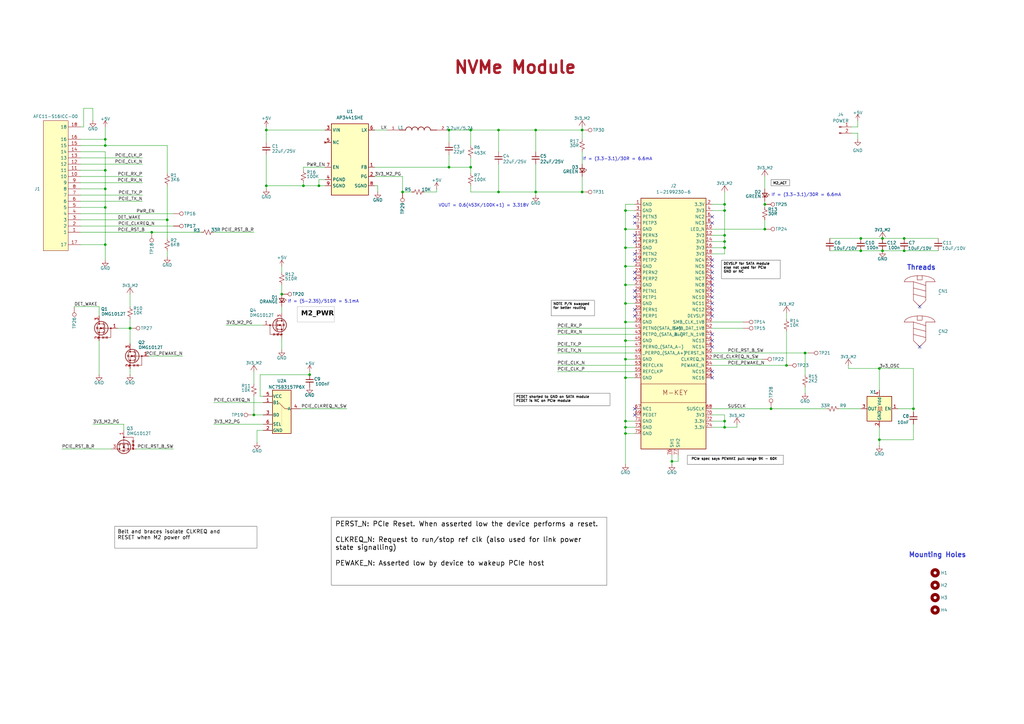
<source format=kicad_sch>
(kicad_sch (version 20250114) (generator "eeschema") (generator_version "9.0")
  (paper "A3")
  (title_block (title "Pilet's nvme module") (rev "0.1") (company "Soulscircuit"))
  (text "If = (3.3-3.1)/30R = 6.6mA" (at 330.708 80.01 0) (effects (font (size 1.27 1.27))))
  (text "If = (5-2.35)/510R = 5.1mA" (at 132.588 123.698 0) (effects (font (size 1.27 1.27))))
  (text "VOUT = 0.6(453K/100K+1) = 3.318V" (at 198.374 84.328 0) (effects (font (size 1.27 1.27))))
  (text "Threads" (at 371.856 110.998 0) (effects (font (size 2 2) (bold yes)) (justify left bottom)))
  (text "If = (3.3-3.1)/30R = 6.6mA" (at 253.238 65.278 0) (effects (font (size 1.27 1.27))))
  (text "NVMe Module " (at 185.928 30.734 0) (effects (font (size 5 5) (thickness 1) (bold yes)) (justify left bottom)))
  (text "Mounting Holes" (at 372.618 228.854 0) (effects (font (size 2 2) (bold yes)) (justify left bottom)))
  (text_box "M2_ACT" (at 316.23 73.66 0) (size 7.62 2.54) (margins 0.8 0.8 0.8 0.8) (stroke (width 0.1) (color 0 0 0 1)) (effects (font (size 1 1) (bold yes)) (justify left top)))
  (text_box " PCIe spec says PEWAKE pull range 9K - 60K" (at 281.94 186.69 0) (size 39.37 3.81) (margins 0.8 0.8 0.8 0.8) (stroke (width 0.1) (color 0 0 0 1)) (effects (font (size 1 1) (thickness 0.2) (bold yes)) (justify left top)))
  (text_box "M2_PWR" (at 121.92 125.73 0) (size 15.24 6.35) (margins 1.6 1.6 1.6 1.6) (stroke (width 0.2) (color 200 200 200 1)) (effects (font (size 2 2) (bold yes)) (justify left top)))
  (text_box "DEVSLP for SATA module\nelse not used for PCIe\nGND or NC" (at 295.91 106.68 0) (size 24.13 7.62) (margins 0.8 0.8 0.8 0.8) (stroke (width 0.1) (color 0 0 0 1)) (effects (font (size 1 1) (thickness 0.2) (bold yes)) (justify left top)))
  (text_box "PEDET shorted to GND on SATA module\nPEDET is NC on PCIe module" (at 210.82 161.29 0) (size 39.37 5.08) (margins 0.8 0.8 0.8 0.8) (stroke (width 0.1) (color 0 0 0 1)) (effects (font (size 1 1) (bold yes)) (justify left top)))
  (text_box "Belt and braces isolate CLKREQ and\nRESET when M2 power off" (at 46.99 215.9 0) (size 58.42 8.89) (margins 1.175 1.175 1.175 1.175) (stroke (width 0.1) (color 0 0 0 1)) (effects (font (size 1.5 1.5) (thickness 0.1875)) (justify left top)))
  (text_box "PERST_N: PCIe Reset. When asserted low the device performs a reset.\n\nCLKREQ_N: Request to run/stop ref clk (also used for link power state signalling)\n\nPEWAKE_N: Asserted low by device to wakeup PCIe host" (exclude_from_sim yes) (at 135.89 212.09 0) (size 113.03 27.94) (margins 1.55 1.55 1.55 1.55) (stroke (width 0.1) (color 0 0 0 1)) (effects (font (size 2 2) (thickness 0.25)) (justify left top)))
  (text_box "NOTE P/N swapped\nfor better routing" (at 226.06 123.19 0) (size 17.78 6.35) (margins 0.8 0.8 0.8 0.8) (stroke (width 0.1) (color 0 0 0 1)) (effects (font (size 1 1) (bold yes)) (justify left top)))
  (junction (at 43.18 69.85))
  (junction (at 127 153.67))
  (junction (at 62.23 95.25))
  (junction (at 322.58 149.86))
  (junction (at 256.54 154.94))
  (junction (at 275.59 189.23))
  (junction (at 193.04 53.34))
  (junction (at 297.18 96.52))
  (junction (at 297.18 101.6))
  (junction (at 43.18 57.15))
  (junction (at 238.76 78.74))
  (junction (at 256.54 124.46))
  (junction (at 297.18 86.36))
  (junction (at 256.54 116.84))
  (junction (at 313.69 93.98))
  (junction (at 370.84 97.79))
  (junction (at 256.54 177.8))
  (junction (at 165.1 78.74))
  (junction (at 256.54 93.98))
  (junction (at 353.06 102.87))
  (junction (at 219.71 53.34))
  (junction (at 297.18 99.06))
  (junction (at 204.47 53.34))
  (junction (at 130.81 76.2))
  (junction (at 53.34 134.62))
  (junction (at 256.54 172.72))
  (junction (at 316.23 167.64))
  (junction (at 104.14 170.18))
  (junction (at 374.65 167.64))
  (junction (at 256.54 109.22))
  (junction (at 109.22 53.34))
  (junction (at 204.47 78.74))
  (junction (at 297.18 83.82))
  (junction (at 297.18 175.26))
  (junction (at 219.71 78.74))
  (junction (at 256.54 132.08))
  (junction (at 238.76 53.34))
  (junction (at 313.69 83.82))
  (junction (at 115.57 120.65))
  (junction (at 193.04 68.58))
  (junction (at 330.2 144.78))
  (junction (at 360.68 151.13))
  (junction (at 297.18 172.72))
  (junction (at 353.06 97.79))
  (junction (at 43.18 59.69))
  (junction (at 124.46 76.2))
  (junction (at 370.84 102.87))
  (junction (at 360.68 180.34))
  (junction (at 256.54 139.7))
  (junction (at 256.54 147.32))
  (junction (at 68.58 90.17))
  (junction (at 184.15 53.34))
  (junction (at 43.18 100.33))
  (junction (at 109.22 76.2))
  (junction (at 256.54 175.26))
  (junction (at 256.54 101.6))
  (junction (at 184.15 68.58))
  (junction (at 361.95 102.87))
  (junction (at 43.18 77.47))
  (junction (at 256.54 86.36))
  (junction (at 43.18 85.09))
  (junction (at 361.95 97.79))
  (no_connect (at 260.35 111.76))
  (no_connect (at 292.1 116.84))
  (no_connect (at 292.1 137.16))
  (no_connect (at 292.1 109.22))
  (no_connect (at 292.1 111.76))
  (no_connect (at 260.35 88.9))
  (no_connect (at 292.1 106.68))
  (no_connect (at 292.1 154.94))
  (no_connect (at 377.19 142.24))
  (no_connect (at 260.35 129.54))
  (no_connect (at 260.35 104.14))
  (no_connect (at 292.1 91.44))
  (no_connect (at 260.35 170.18))
  (no_connect (at 292.1 121.92))
  (no_connect (at 260.35 99.06))
  (no_connect (at 260.35 96.52))
  (no_connect (at 260.35 121.92))
  (no_connect (at 377.19 125.73))
  (no_connect (at 292.1 152.4))
  (no_connect (at 292.1 114.3))
  (no_connect (at 292.1 119.38))
  (no_connect (at 260.35 91.44))
  (no_connect (at 292.1 139.7))
  (no_connect (at 292.1 129.54))
  (no_connect (at 292.1 124.46))
  (no_connect (at 292.1 142.24))
  (no_connect (at 292.1 127))
  (no_connect (at 260.35 167.64))
  (no_connect (at 260.35 119.38))
  (no_connect (at 292.1 88.9))
  (no_connect (at 260.35 127))
  (no_connect (at 260.35 114.3))
  (no_connect (at 260.35 106.68))
  (wire (pts (xy 109.22 53.34) (xy 109.22 58.42)))
  (wire (pts (xy 349.25 54.61) (xy 351.79 54.61)))
  (wire (pts (xy 107.95 170.18) (xy 104.14 170.18)))
  (wire (pts (xy 360.68 180.34) (xy 360.68 175.26)))
  (wire (pts (xy 292.1 172.72) (xy 297.18 172.72)))
  (wire (pts (xy 219.71 80.01) (xy 219.71 78.74)))
  (wire (pts (xy 43.18 77.47) (xy 43.18 85.09)))
  (wire (pts (xy 347.98 151.13) (xy 360.68 151.13)))
  (wire (pts (xy 184.15 53.34) (xy 193.04 53.34)))
  (wire (pts (xy 330.2 144.78) (xy 330.2 153.67)))
  (wire (pts (xy 292.1 170.18) (xy 297.18 170.18)))
  (wire (pts (xy 292.1 101.6) (xy 297.18 101.6)))
  (wire (pts (xy 374.65 151.13) (xy 360.68 151.13)))
  (wire (pts (xy 43.18 85.09) (xy 43.18 100.33)))
  (wire (pts (xy 256.54 172.72) (xy 260.35 172.72)))
  (wire (pts (xy 361.95 97.79) (xy 370.84 97.79)))
  (wire (pts (xy 115.57 116.84) (xy 115.57 120.65)))
  (wire (pts (xy 228.6 149.86) (xy 260.35 149.86)))
  (wire (pts (xy 193.04 78.74) (xy 204.47 78.74)))
  (wire (pts (xy 38.1 173.99) (xy 50.8 173.99)))
  (wire (pts (xy 292.1 149.86) (xy 322.58 149.86)))
  (wire (pts (xy 256.54 132.08) (xy 260.35 132.08)))
  (wire (pts (xy 33.02 52.07) (xy 34.29 52.07)))
  (wire (pts (xy 153.67 72.39) (xy 165.1 72.39)))
  (wire (pts (xy 173.99 78.74) (xy 179.07 78.74)))
  (wire (pts (xy 292.1 93.98) (xy 313.69 93.98)))
  (wire (pts (xy 219.71 67.31) (xy 219.71 78.74)))
  (wire (pts (xy 87.63 173.99) (xy 107.95 173.99)))
  (wire (pts (xy 53.34 130.81) (xy 53.34 134.62)))
  (wire (pts (xy 256.54 116.84) (xy 260.35 116.84)))
  (wire (pts (xy 292.1 167.64) (xy 316.23 167.64)))
  (wire (pts (xy 313.69 83.82) (xy 313.69 85.09)))
  (wire (pts (xy 153.67 68.58) (xy 184.15 68.58)))
  (wire (pts (xy 68.58 71.12) (xy 68.58 59.69)))
  (wire (pts (xy 124.46 68.58) (xy 124.46 69.85)))
  (wire (pts (xy 297.18 96.52) (xy 297.18 86.36)))
  (wire (pts (xy 33.02 92.71) (xy 71.12 92.71)))
  (wire (pts (xy 374.65 180.34) (xy 360.68 180.34)))
  (wire (pts (xy 133.35 73.66) (xy 130.81 73.66)))
  (wire (pts (xy 53.34 120.65) (xy 53.34 125.73)))
  (wire (pts (xy 92.71 133.35) (xy 107.95 133.35)))
  (wire (pts (xy 374.65 167.64) (xy 374.65 168.91)))
  (wire (pts (xy 351.79 49.53) (xy 351.79 52.07)))
  (wire (pts (xy 68.58 76.2) (xy 68.58 90.17)))
  (wire (pts (xy 322.58 128.27) (xy 322.58 130.81)))
  (wire (pts (xy 184.15 58.42) (xy 184.15 53.34)))
  (wire (pts (xy 275.59 186.69) (xy 275.59 189.23)))
  (wire (pts (xy 33.02 57.15) (xy 43.18 57.15)))
  (wire (pts (xy 347.98 149.86) (xy 347.98 151.13)))
  (wire (pts (xy 256.54 109.22) (xy 256.54 116.84)))
  (wire (pts (xy 297.18 78.74) (xy 297.18 83.82)))
  (wire (pts (xy 115.57 138.43) (xy 115.57 143.51)))
  (wire (pts (xy 340.36 102.87) (xy 353.06 102.87)))
  (wire (pts (xy 360.68 151.13) (xy 360.68 160.02)))
  (wire (pts (xy 33.02 77.47) (xy 43.18 77.47)))
  (wire (pts (xy 322.58 135.89) (xy 322.58 149.86)))
  (wire (pts (xy 275.59 189.23) (xy 278.13 189.23)))
  (wire (pts (xy 109.22 52.07) (xy 109.22 53.34)))
  (wire (pts (xy 351.79 54.61) (xy 351.79 57.15)))
  (wire (pts (xy 179.07 78.74) (xy 179.07 77.47)))
  (wire (pts (xy 33.02 74.93) (xy 58.42 74.93)))
  (wire (pts (xy 33.02 82.55) (xy 58.42 82.55)))
  (wire (pts (xy 374.65 173.99) (xy 374.65 180.34)))
  (wire (pts (xy 297.18 172.72) (xy 297.18 175.26)))
  (wire (pts (xy 370.84 97.79) (xy 384.81 97.79)))
  (wire (pts (xy 33.02 87.63) (xy 71.12 87.63)))
  (wire (pts (xy 256.54 109.22) (xy 260.35 109.22)))
  (wire (pts (xy 104.14 162.56) (xy 104.14 170.18)))
  (wire (pts (xy 256.54 83.82) (xy 256.54 86.36)))
  (wire (pts (xy 374.65 151.13) (xy 374.65 167.64)))
  (wire (pts (xy 115.57 125.73) (xy 115.57 128.27)))
  (wire (pts (xy 130.81 76.2) (xy 133.35 76.2)))
  (wire (pts (xy 124.46 74.93) (xy 124.46 76.2)))
  (wire (pts (xy 127 152.4) (xy 127 153.67)))
  (wire (pts (xy 292.1 147.32) (xy 312.42 147.32)))
  (wire (pts (xy 104.14 152.4) (xy 104.14 157.48)))
  (wire (pts (xy 33.02 80.01) (xy 58.42 80.01)))
  (wire (pts (xy 184.15 63.5) (xy 184.15 68.58)))
  (wire (pts (xy 302.26 173.99) (xy 302.26 175.26)))
  (wire (pts (xy 165.1 78.74) (xy 168.91 78.74)))
  (wire (pts (xy 256.54 101.6) (xy 260.35 101.6)))
  (wire (pts (xy 297.18 101.6) (xy 297.18 99.06)))
  (wire (pts (xy 53.34 134.62) (xy 53.34 140.97)))
  (wire (pts (xy 256.54 124.46) (xy 256.54 132.08)))
  (wire (pts (xy 43.18 57.15) (xy 43.18 59.69)))
  (wire (pts (xy 53.34 151.13) (xy 53.34 153.67)))
  (wire (pts (xy 238.76 72.39) (xy 238.76 78.74)))
  (wire (pts (xy 204.47 78.74) (xy 219.71 78.74)))
  (wire (pts (xy 297.18 170.18) (xy 297.18 172.72)))
  (wire (pts (xy 256.54 124.46) (xy 260.35 124.46)))
  (wire (pts (xy 313.69 72.39) (xy 313.69 77.47)))
  (wire (pts (xy 55.88 184.15) (xy 71.12 184.15)))
  (wire (pts (xy 292.1 99.06) (xy 297.18 99.06)))
  (wire (pts (xy 204.47 53.34) (xy 219.71 53.34)))
  (wire (pts (xy 256.54 86.36) (xy 256.54 93.98)))
  (wire (pts (xy 34.29 52.07) (xy 34.29 44.45)))
  (wire (pts (xy 30.48 125.73) (xy 40.64 125.73)))
  (wire (pts (xy 316.23 167.64) (xy 339.09 167.64)))
  (wire (pts (xy 33.02 62.23) (xy 43.18 62.23)))
  (wire (pts (xy 33.02 100.33) (xy 43.18 100.33)))
  (wire (pts (xy 374.65 167.64) (xy 368.3 167.64)))
  (wire (pts (xy 256.54 132.08) (xy 256.54 139.7)))
  (wire (pts (xy 238.76 52.07) (xy 238.76 53.34)))
  (wire (pts (xy 193.04 64.77) (xy 193.04 68.58)))
  (wire (pts (xy 109.22 53.34) (xy 133.35 53.34)))
  (wire (pts (xy 109.22 76.2) (xy 109.22 77.47)))
  (wire (pts (xy 33.02 67.31) (xy 58.42 67.31)))
  (wire (pts (xy 292.1 144.78) (xy 330.2 144.78)))
  (wire (pts (xy 43.18 85.09) (xy 33.02 85.09)))
  (wire (pts (xy 256.54 93.98) (xy 260.35 93.98)))
  (wire (pts (xy 87.63 165.1) (xy 107.95 165.1)))
  (wire (pts (xy 256.54 177.8) (xy 256.54 190.5)))
  (wire (pts (xy 109.22 63.5) (xy 109.22 76.2)))
  (wire (pts (xy 238.76 53.34) (xy 238.76 57.15)))
  (wire (pts (xy 228.6 134.62) (xy 260.35 134.62)))
  (wire (pts (xy 204.47 62.23) (xy 204.47 53.34)))
  (wire (pts (xy 38.1 49.53) (xy 38.1 44.45)))
  (wire (pts (xy 40.64 139.7) (xy 40.64 153.67)))
  (wire (pts (xy 43.18 62.23) (xy 43.18 69.85)))
  (wire (pts (xy 353.06 102.87) (xy 361.95 102.87)))
  (wire (pts (xy 331.47 144.78) (xy 330.2 144.78)))
  (wire (pts (xy 256.54 93.98) (xy 256.54 101.6)))
  (wire (pts (xy 292.1 96.52) (xy 297.18 96.52)))
  (wire (pts (xy 238.76 78.74) (xy 219.71 78.74)))
  (wire (pts (xy 256.54 177.8) (xy 260.35 177.8)))
  (wire (pts (xy 106.68 153.67) (xy 106.68 162.56)))
  (wire (pts (xy 130.81 73.66) (xy 130.81 76.2)))
  (wire (pts (xy 297.18 104.14) (xy 297.18 101.6)))
  (wire (pts (xy 43.18 100.33) (xy 43.18 106.68)))
  (wire (pts (xy 370.84 102.87) (xy 384.81 102.87)))
  (wire (pts (xy 313.69 82.55) (xy 313.69 83.82)))
  (wire (pts (xy 256.54 175.26) (xy 260.35 175.26)))
  (wire (pts (xy 68.58 90.17) (xy 68.58 97.79)))
  (wire (pts (xy 340.36 97.79) (xy 353.06 97.79)))
  (wire (pts (xy 256.54 116.84) (xy 256.54 124.46)))
  (wire (pts (xy 353.06 167.64) (xy 344.17 167.64)))
  (wire (pts (xy 48.26 134.62) (xy 53.34 134.62)))
  (wire (pts (xy 33.02 64.77) (xy 58.42 64.77)))
  (wire (pts (xy 33.02 95.25) (xy 62.23 95.25)))
  (wire (pts (xy 33.02 59.69) (xy 43.18 59.69)))
  (wire (pts (xy 360.68 180.34) (xy 360.68 182.88)))
  (wire (pts (xy 297.18 175.26) (xy 292.1 175.26)))
  (wire (pts (xy 106.68 162.56) (xy 107.95 162.56)))
  (wire (pts (xy 228.6 142.24) (xy 260.35 142.24)))
  (wire (pts (xy 25.4 184.15) (xy 45.72 184.15)))
  (wire (pts (xy 292.1 132.08) (xy 304.8 132.08)))
  (wire (pts (xy 256.54 147.32) (xy 260.35 147.32)))
  (wire (pts (xy 193.04 76.2) (xy 193.04 78.74)))
  (wire (pts (xy 278.13 186.69) (xy 278.13 189.23)))
  (wire (pts (xy 256.54 147.32) (xy 256.54 154.94)))
  (wire (pts (xy 297.18 86.36) (xy 297.18 83.82)))
  (wire (pts (xy 256.54 172.72) (xy 256.54 175.26)))
  (wire (pts (xy 204.47 67.31) (xy 204.47 78.74)))
  (wire (pts (xy 256.54 154.94) (xy 256.54 172.72)))
  (wire (pts (xy 105.41 176.53) (xy 105.41 181.61)))
  (wire (pts (xy 40.64 129.54) (xy 40.64 125.73)))
  (wire (pts (xy 60.96 146.05) (xy 74.93 146.05)))
  (wire (pts (xy 124.46 76.2) (xy 130.81 76.2)))
  (wire (pts (xy 256.54 139.7) (xy 256.54 147.32)))
  (wire (pts (xy 43.18 69.85) (xy 43.18 77.47)))
  (wire (pts (xy 133.35 68.58) (xy 124.46 68.58)))
  (wire (pts (xy 43.18 69.85) (xy 33.02 69.85)))
  (wire (pts (xy 256.54 154.94) (xy 260.35 154.94)))
  (wire (pts (xy 109.22 76.2) (xy 124.46 76.2)))
  (wire (pts (xy 313.69 90.17) (xy 313.69 93.98)))
  (wire (pts (xy 50.8 173.99) (xy 50.8 176.53)))
  (wire (pts (xy 62.23 95.25) (xy 82.55 95.25)))
  (wire (pts (xy 107.95 176.53) (xy 105.41 176.53)))
  (wire (pts (xy 292.1 134.62) (xy 304.8 134.62)))
  (wire (pts (xy 34.29 44.45) (xy 38.1 44.45)))
  (wire (pts (xy 256.54 175.26) (xy 256.54 177.8)))
  (wire (pts (xy 193.04 53.34) (xy 204.47 53.34)))
  (wire (pts (xy 256.54 101.6) (xy 256.54 109.22)))
  (wire (pts (xy 68.58 102.87) (xy 68.58 105.41)))
  (wire (pts (xy 228.6 144.78) (xy 260.35 144.78)))
  (wire (pts (xy 106.68 153.67) (xy 127 153.67)))
  (wire (pts (xy 154.94 76.2) (xy 154.94 78.74)))
  (wire (pts (xy 165.1 72.39) (xy 165.1 78.74)))
  (wire (pts (xy 184.15 68.58) (xy 193.04 68.58)))
  (wire (pts (xy 219.71 53.34) (xy 219.71 62.23)))
  (wire (pts (xy 238.76 62.23) (xy 238.76 67.31)))
  (wire (pts (xy 193.04 68.58) (xy 193.04 71.12)))
  (wire (pts (xy 256.54 86.36) (xy 260.35 86.36)))
  (wire (pts (xy 68.58 59.69) (xy 43.18 59.69)))
  (wire (pts (xy 43.18 52.07) (xy 43.18 57.15)))
  (wire (pts (xy 260.35 83.82) (xy 256.54 83.82)))
  (wire (pts (xy 361.95 102.87) (xy 370.84 102.87)))
  (wire (pts (xy 115.57 109.22) (xy 115.57 111.76)))
  (wire (pts (xy 353.06 97.79) (xy 361.95 97.79)))
  (wire (pts (xy 349.25 52.07) (xy 351.79 52.07)))
  (wire (pts (xy 297.18 175.26) (xy 302.26 175.26)))
  (wire (pts (xy 33.02 90.17) (xy 68.58 90.17)))
  (wire (pts (xy 238.76 53.34) (xy 219.71 53.34)))
  (wire (pts (xy 228.6 137.16) (xy 260.35 137.16)))
  (wire (pts (xy 193.04 59.69) (xy 193.04 53.34)))
  (wire (pts (xy 330.2 158.75) (xy 330.2 161.29)))
  (wire (pts (xy 228.6 152.4) (xy 260.35 152.4)))
  (wire (pts (xy 256.54 139.7) (xy 260.35 139.7)))
  (wire (pts (xy 153.67 76.2) (xy 154.94 76.2)))
  (wire (pts (xy 275.59 189.23) (xy 275.59 190.5)))
  (wire (pts (xy 297.18 99.06) (xy 297.18 96.52)))
  (wire (pts (xy 292.1 86.36) (xy 297.18 86.36)))
  (wire (pts (xy 297.18 83.82) (xy 292.1 83.82)))
  (wire (pts (xy 123.19 167.64) (xy 142.24 167.64)))
  (wire (pts (xy 292.1 104.14) (xy 297.18 104.14)))
  (wire (pts (xy 87.63 95.25) (xy 104.14 95.25)))
  (wire (pts (xy 33.02 72.39) (xy 58.42 72.39)))
  (wire (pts (xy 158.75 53.34) (xy 153.67 53.34)))
  (label "DET_WAKE" (at 30.48 125.73 0))
  (label "PWR_EN" (at 133.35 68.58 180))
  (label "3V3_M2_PG" (at 92.71 133.35 0))
  (label " PCIE_CLKREQ_N_SW" (at 142.24 167.64 180))
  (label "PCIE_CLKREQ_N" (at 87.63 165.1 0))
  (label "3v3_OSC" (at 360.68 151.13 0))
  (label "PCIE_TX_N" (at 228.6 144.78 0))
  (label "PCIE_CLK_P" (at 228.6 152.4 0))
  (label "PWR_EN" (at 63.5 87.63 180))
  (label "LX" (at 156.21 53.34 0))
  (label "PCIE_TX_P" (at 228.6 142.24 0))
  (label "PCIE_RST_B_R" (at 25.4 184.15 0))
  (label " PCIE_CLKREQ_N_SW" (at 311.15 147.32 180))
  (label "PCIE_RX_P" (at 228.6 134.62 0))
  (label "PCIE_TX_P" (at 58.42 80.01 180))
  (label "PCIE_TX_N" (at 58.42 82.55 180))
  (label "PCIE_PEWAKE_N" (at 74.93 146.05 180))
  (label "3V3_M2_PG" (at 153.67 72.39 0))
  (label "3V3_M2_PG" (at 38.1 173.99 0))
  (label "PCIE_CLK_P" (at 58.42 64.77 180))
  (label "PCIE_RX_N" (at 58.42 74.93 180))
  (label "PCIE_RST_B" (at 48.26 95.25 0))
  (label "DET_WAKE" (at 48.26 90.17 0))
  (label "PCIE_PEWAKE_N" (at 298.45 149.86 0))
  (label "PCIE_CLK_N" (at 58.42 67.31 180))
  (label "PCIE_RST_B_R" (at 104.14 95.25 180))
  (label "SUSCLK" (at 298.45 167.64 0))
  (label "PCIE_RST_B_SW" (at 71.12 184.15 180))
  (label "3V3_M2_PG" (at 87.63 173.99 0))
  (label "PCIE_CLK_N" (at 228.6 149.86 0))
  (label "PCIE_CLKREQ_N" (at 63.5 92.71 180))
  (label "PCIE_RX_N" (at 228.6 137.16 0))
  (label "PCIE_RX_P" (at 58.42 72.39 180))
  (label "PCIE_RST_B_SW" (at 298.45 144.78 0))
  (symbol (lib_id "Arduino_MEGA_2560-Rev3:SUPPLY1_+3V3") (at 322.58 125.73 0) (unit 1)
    (property "Reference" "#+3V08" (effects (hide yes)))
    (property "Value" "3V3_M2" (at 322.58 124.714 0) (effects (font (size 1.143 1.143))))
  )
  (symbol (lib_id "Device:R_Small_US") (at 171.45 78.74 90) (unit 1)
    (property "Reference" "R5" (at 168.656 77.724 90) (effects (justify left)))
    (property "Value" "10K" (at 176.784 77.724 90) (effects (justify left)))
    (property "Footprint" "Resistor_SMD:R_0603_1608Metric" (effects (hide yes)))
    (property "Description" "63mW 1%" (effects (hide yes)))
    (property "LCSC Part Number" "C25804" (effects (hide yes)))
  )
  (symbol (lib_id "Device:C_Small") (at 184.15 60.96 0) (unit 1)
    (property "Reference" "C3" (at 185.928 60.198 0) (effects (justify left)))
    (property "Value" "22pF" (at 185.928 62.23 0) (effects (justify left)))
    (property "Footprint" "Capacitor_SMD:C_0603_1608Metric" (effects (hide yes)))
    (property "Description" "C0G  5%" (effects (hide yes)))
    (property "LCSC Part Number" "C1653" (effects (hide yes)))
  )
  (symbol (lib_id "Arduino_MEGA_2560-Rev3:SUPPLY1_+3V3") (at 313.69 69.85 0) (unit 1)
    (property "Reference" "#+3V07" (effects (hide yes)))
    (property "Value" "3V3_M2" (at 313.69 68.834 0) (effects (font (size 1.143 1.143))))
  )
  (symbol (lib_id "Device:LED_Small") (at 115.57 123.19 270) (mirror x) (unit 1)
    (property "Reference" "D1" (at 114.046 121.92 90) (effects (justify right)))
    (property "Value" "ORANGE" (at 114.046 123.698 90) (effects (justify right)))
    (property "Footprint" "LED_SMD:LED_0603_1608Metric" (effects (hide yes)))
    (property "Description" "Light emitting diode, small symbol" (effects (hide yes)))
    (property "LCSC Part Number" "C401119" (effects (hide yes)))
  )
  (symbol (lib_id "Connector:TestPoint") (at 115.57 120.65 270) (unit 1)
    (property "Reference" "TP20" (at 119.888 120.65 90) (effects (justify left)))
    (property "Value" "TestPoint" (effects (hide yes)))
    (property "Footprint" "TestPoint:TestPoint_Pad_D1.0mm" (effects (hide yes)))
    (property "Description" "test point" (effects (hide yes)))
  )
  (symbol (lib_id "power:GND") (at 43.18 106.68 0) (unit 1)
    (property "Reference" "#PWR02" (effects (hide yes)))
    (property "Value" "GND" (at 43.18 109.982 0))
    (property "Description" "Power symbol creates a global label with name \"GND\" , ground" (effects (hide yes)))
  )
  (symbol (lib_id "Mechanical:MountingHole") (at 383.54 240.03 0) (unit 1) (exclude_from_sim yes) (in_bom no)
    (property "Reference" "H2" (at 385.826 240.03 0) (effects (justify left)))
    (property "Value" "MountingHole" (effects (hide yes)))
    (property "Footprint" "MountingHole:MountingHole_2.5mm_Pad_TopBottom" (effects (hide yes)))
    (property "Description" "Mounting Hole without connection" (effects (hide yes)))
  )
  (symbol (lib_id "Device:LED_Small") (at 238.76 69.85 270) (mirror x) (unit 1)
    (property "Reference" "D3" (at 237.236 68.58 90) (effects (justify right)))
    (property "Value" "GREEN" (at 237.236 70.358 90) (effects (justify right)))
    (property "Footprint" "LED_SMD:LED_0603_1608Metric" (effects (hide yes)))
    (property "Description" "Light emitting diode, small symbol" (effects (hide yes)))
    (property "LCSC Part Number" "C12065" (effects (hide yes)))
  )
  (symbol (lib_id "power:+5V") (at 115.57 109.22 0) (unit 1)
    (property "Reference" "#PWR019" (effects (hide yes)))
    (property "Value" "+5V" (at 115.57 105.664 0))
    (property "Description" "Power symbol creates a global label with name \"+5V\"" (effects (hide yes)))
  )
  (symbol (lib_id "nvme-symbols:m.2-key-symbol") (at 276.86 127 0) (unit 1)
    (property "Reference" "J2" (at 276.225 76.2 0))
    (property "Value" "1-2199230-6" (at 276.225 78.74 0))
    (property "Footprint" "MDT320M03001:AMPHENOL_MDT320M03001" (effects (hide yes)))
    (property "Datasheet" "https://web.archive.org/web/20200613074028/http://read.pudn.com/downloads794/doc/project/3133918/PCIe_M.2_Electromechanical_Spec_Rev1.0_Final_11012013_RS_Clean.pdf#page=148" (effects (hide yes)))
    (property "Description" "M.2 Socket 1-DP Mechanical Key A" (effects (hide yes)))
    (property "LCSC Part Number" "C4710843" (effects (hide yes)))
  )
  (symbol (lib_id "Device:R_Small_US") (at 115.57 114.3 0) (unit 1)
    (property "Reference" "R12" (at 116.84 112.522 0) (effects (justify left)))
    (property "Value" "510R" (at 116.84 114.3 0) (effects (justify left)))
    (property "Footprint" "Resistor_SMD:R_0603_1608Metric" (effects (hide yes)))
    (property "Description" "63mW 1%" (effects (hide yes)))
    (property "LCSC Part Number" "C23193" (effects (hide yes)))
  )
  (symbol (lib_id "Connector:TestPoint") (at 238.76 78.74 270) (unit 1)
    (property "Reference" "TP31" (at 243.078 78.74 90) (effects (justify left)))
    (property "Value" "TestPoint" (effects (hide yes)))
    (property "Footprint" "TestPoint:TestPoint_Pad_D1.0mm" (effects (hide yes)))
    (property "Description" "test point" (effects (hide yes)))
  )
  (symbol (lib_id "power:GND") (at 40.64 153.67 0) (unit 1)
    (property "Reference" "#PWR014" (effects (hide yes)))
    (property "Value" "GND" (at 40.64 156.972 0))
    (property "Description" "Power symbol creates a global label with name \"GND\" , ground" (effects (hide yes)))
  )
  (symbol (lib_id "Arduino_MEGA_2560-Rev3:SUPPLY1_+3V3") (at 361.95 95.25 0) (unit 1)
    (property "Reference" "#+3V09" (effects (hide yes)))
    (property "Value" "3V3_M2" (at 361.95 94.234 0) (effects (font (size 1.143 1.143))))
  )
  (symbol (lib_id "Arduino_MEGA_2560-Rev3:SUPPLY1_+3V3") (at 104.14 149.86 0) (unit 1)
    (property "Reference" "#+3V04" (effects (hide yes)))
    (property "Value" "3V3_M2" (at 104.14 148.844 0) (effects (font (size 1.143 1.143))))
  )
  (symbol (lib_id "Device:R_Small_US") (at 313.69 87.63 0) (unit 1)
    (property "Reference" "R13" (at 314.96 85.852 0) (effects (justify left)))
    (property "Value" "30R" (at 314.96 87.63 0) (effects (justify left)))
    (property "Footprint" "Resistor_SMD:R_0603_1608Metric" (effects (hide yes)))
    (property "Description" "63mW 1%" (effects (hide yes)))
    (property "LCSC Part Number" "C22985" (effects (hide yes)))
  )
  (symbol (lib_id "SMTSOM330BTR:SMTSOM330BTR") (at 377.19 134.62 0) (unit 1)
    (property "Reference" "CN2" (at 384.81 135.8899 0) (effects (justify left)))
    (property "Value" "~" (at 384.81 137.16 0) (effects (justify left)))
    (property "Footprint" "MountingHole:MountingHole_2mm" (effects (hide yes)))
    (property "Datasheet" "https://atta.szlcsc.com/upload/public/pdf/source/20230202/A42D22DA7D93D728E13784C4003E4077.pdf" (effects (hide yes)))
    (property "Description" "specifications:M3 surface treatment:Tin Plated Product Description:- material quality:Copper Rated current:- length:-" (effects (hide yes)))
  )
  (symbol (lib_id "power:GND") (at 219.71 80.01 0) (unit 1)
    (property "Reference" "#PWR012" (effects (hide yes)))
    (property "Value" "GND" (at 219.71 83.312 0))
    (property "Description" "Power symbol creates a global label with name \"GND\" , ground" (effects (hide yes)))
  )
  (symbol (lib_id "Connector:TestPoint") (at 53.34 134.62 270) (unit 1)
    (property "Reference" "TP27" (at 57.658 134.62 90) (effects (justify left)))
    (property "Value" "TestPoint" (effects (hide yes)))
    (property "Footprint" "TestPoint:TestPoint_Pad_D1.0mm" (effects (hide yes)))
    (property "Description" "test point" (effects (hide yes)))
  )
  (symbol (lib_id "Device:C_Small") (at 340.36 100.33 0) (unit 1)
    (property "Reference" "C6" (at 342.138 99.568 0) (effects (justify left)))
    (property "Value" "10uF/10V" (at 341.884 101.854 0) (effects (justify left)))
    (property "Footprint" "Capacitor_SMD:C_0603_1608Metric" (effects (hide yes)))
    (property "Datasheet" "25V" (effects (hide yes)))
    (property "Description" "X7R  10%" (effects (hide yes)))
    (property "LCSC Part Number" "C19702" (effects (hide yes)))
  )
  (symbol (lib_id "power:+5V") (at 179.07 77.47 0) (unit 1)
    (property "Reference" "#PWR09" (effects (hide yes)))
    (property "Value" "+5V" (at 179.07 73.914 0))
    (property "Description" "Power symbol creates a global label with name \"+5V\"" (effects (hide yes)))
  )
  (symbol (lib_id "Connector:TestPoint") (at 316.23 167.64 0) (unit 1)
    (property "Reference" "TP28" (at 316.23 163.322 90) (effects (justify left)))
    (property "Value" "TestPoint" (effects (hide yes)))
    (property "Footprint" "TestPoint:TestPoint_Pad_D1.0mm" (effects (hide yes)))
    (property "Description" "test point" (effects (hide yes)))
  )
  (symbol (lib_id "power:GND") (at 53.34 153.67 0) (unit 1)
    (property "Reference" "#PWR015" (effects (hide yes)))
    (property "Value" "GND" (at 53.34 156.972 0))
    (property "Description" "Power symbol creates a global label with name \"GND\" , ground" (effects (hide yes)))
  )
  (symbol (lib_id "Connector:TestPoint") (at 62.23 95.25 180) (unit 1)
    (property "Reference" "TP18" (at 62.23 99.568 90) (effects (justify left)))
    (property "Value" "TestPoint" (effects (hide yes)))
    (property "Footprint" "TestPoint:TestPoint_Pad_D1.0mm" (effects (hide yes)))
    (property "Description" "test point" (effects (hide yes)))
  )
  (symbol (lib_id "Connector:TestPoint") (at 304.8 134.62 270) (unit 1)
    (property "Reference" "TP15" (at 309.118 134.62 90) (effects (justify left)))
    (property "Value" "TestPoint" (effects (hide yes)))
    (property "Footprint" "TestPoint:TestPoint_Pad_D1.0mm" (effects (hide yes)))
    (property "Description" "test point" (effects (hide yes)))
  )
  (symbol (lib_id "power:+5V") (at 109.22 52.07 0) (unit 1)
    (property "Reference" "#PWR04" (effects (hide yes)))
    (property "Value" "+5V" (at 109.22 48.514 0))
    (property "Description" "Power symbol creates a global label with name \"+5V\"" (effects (hide yes)))
  )
  (symbol (lib_id "Device:R_Small_US") (at 53.34 128.27 0) (unit 1)
    (property "Reference" "R10" (at 54.61 126.492 0) (effects (justify left)))
    (property "Value" "10K" (at 54.61 128.27 0) (effects (justify left)))
    (property "Footprint" "Resistor_SMD:R_0603_1608Metric" (effects (hide yes)))
    (property "Description" "63mW 1%" (effects (hide yes)))
    (property "LCSC Part Number" "C25804" (effects (hide yes)))
  )
  (symbol (lib_id "Device:C_Small") (at 370.84 100.33 0) (unit 1)
    (property "Reference" "C7" (at 372.618 99.568 0) (effects (justify left)))
    (property "Value" "10uF/10V" (at 372.364 101.854 0) (effects (justify left)))
    (property "Footprint" "Capacitor_SMD:C_0603_1608Metric" (effects (hide yes)))
    (property "Datasheet" "25V" (effects (hide yes)))
    (property "Description" "X7R  10%" (effects (hide yes)))
    (property "LCSC Part Number" "C19702" (effects (hide yes)))
  )
  (symbol (lib_id "Device:R_Small_US") (at 330.2 156.21 0) (unit 1)
    (property "Reference" "R15" (at 331.47 154.432 0) (effects (justify left)))
    (property "Value" "2K2" (at 331.47 156.21 0) (effects (justify left)))
    (property "Footprint" "Resistor_SMD:R_0603_1608Metric" (effects (hide yes)))
    (property "Description" "63mW 1%" (effects (hide yes)))
    (property "LCSC Part Number" "C4190" (effects (hide yes)))
  )
  (symbol (lib_id "Device:C_Small") (at 353.06 100.33 0) (unit 1)
    (property "Reference" "C10" (at 354.838 99.568 0) (effects (justify left)))
    (property "Value" "100n" (at 355.346 101.6 0) (effects (justify left)))
    (property "Footprint" "Capacitor_SMD:C_0603_1608Metric" (effects (hide yes)))
    (property "Description" "X7R  10%" (effects (hide yes)))
    (property "LCSC Part Number" "C14663" (effects (hide yes)))
  )
  (symbol (lib_id "Connector:TestPoint") (at 313.69 83.82 270) (unit 1)
    (property "Reference" "TP25" (at 318.008 83.82 90) (effects (justify left)))
    (property "Value" "TestPoint" (effects (hide yes)))
    (property "Footprint" "TestPoint:TestPoint_Pad_D1.0mm" (effects (hide yes)))
    (property "Description" "test point" (effects (hide yes)))
  )
  (symbol (lib_id "Connector:TestPoint") (at 313.69 93.98 270) (unit 1)
    (property "Reference" "TP24" (at 318.008 93.98 90) (effects (justify left)))
    (property "Value" "TestPoint" (effects (hide yes)))
    (property "Footprint" "TestPoint:TestPoint_Pad_D1.0mm" (effects (hide yes)))
    (property "Description" "test point" (effects (hide yes)))
  )
  (symbol (lib_id "AO3400:DMG1012T") (at 55.88 146.05 0) (mirror y) (unit 1)
    (property "Reference" "Q2" (at 59.436 140.462 0) (effects (justify left)))
    (property "Value" "DMG1012T" (at 66.802 142.494 0) (effects (justify left)))
    (property "Footprint" "Package_TO_SOT_SMD:SOT-523" (effects (hide yes)))
    (property "Datasheet" "https://www.diodes.com/assets/Datasheets/ds31783.pdf" (effects (hide yes)))
    (property "Description" "20V Vds, 0.63 Id, N-Channel MOSFET with ESD protection, SOT-523" (effects (hide yes)))
    (property "LCSC Part Number" "C20512" (effects (hide yes)))
  )
  (symbol (lib_id "EasyEDA1:AFC07-S16ECA-00") (at 25.4 76.2 180) (unit 1)
    (property "Reference" "J1" (at 16.51 77.4701 0) (effects (justify left)))
    (property "Value" "AFC11-S16ICC-00" (at 32.004 47.752 0) (effects (justify left)))
    (property "Footprint" "EasyEDA_Footprint:FPC-SMD_16P-L13.5-W2.0-P0.50" (effects (hide yes)))
    (property "Datasheet" "https://cdn.amphenol-cs.com/media/wysiwyg/files/documentation/datasheet/flex/ffc_fpc_050mm_f31w_f31z_f314_f336.pdf" (effects (hide yes)))
    (property "LCSC Part Number" "C11071" (effects (hide yes)))
  )
  (symbol (lib_id "Device:R_Small_US") (at 193.04 62.23 0) (unit 1)
    (property "Reference" "R6" (at 194.31 60.452 0) (effects (justify left)))
    (property "Value" "453K" (at 194.31 62.738 0) (effects (justify left)))
    (property "Footprint" "Resistor_SMD:R_0603_1608Metric" (effects (hide yes)))
    (property "Description" "63mW 1%" (effects (hide yes)))
    (property "LCSC Part Number" "C3013202" (effects (hide yes)))
  )
  (symbol (lib_id "power:GND") (at 154.94 78.74 0) (unit 1)
    (property "Reference" "#PWR08" (effects (hide yes)))
    (property "Value" "GND" (at 154.94 82.042 0))
    (property "Description" "Power symbol creates a global label with name \"GND\" , ground" (effects (hide yes)))
  )
  (symbol (lib_id "Device:R_Small_US") (at 68.58 73.66 0) (unit 1)
    (property "Reference" "R1" (at 69.85 71.882 0) (effects (justify left)))
    (property "Value" "3K6" (at 69.85 73.66 0) (effects (justify left)))
    (property "Footprint" "Resistor_SMD:R_0603_1608Metric" (effects (hide yes)))
    (property "Description" "63mW 1%" (effects (hide yes)))
    (property "LCSC Part Number" "C22980" (effects (hide yes)))
  )
  (symbol (lib_id "ap3441she:AP3441SHE") (at 143.51 63.5 0) (unit 1)
    (property "Reference" "U1" (at 143.51 45.72 0))
    (property "Value" "AP3441SHE" (at 143.51 48.26 0))
    (property "Footprint" "Package_DFN_QFN:DFN-8-1EP_2x2mm_P0.5mm_EP0.9x1.7mm" (effects (hide yes)))
    (property "Datasheet" "https://www.diodes.com/assets/Datasheets/AP3441-L.pdf" (effects (hide yes)))
    (property "Description" "3A step-Down DC-DC 1Mhz buck converter, Input 2.7 to 5.5V, Output: 0.6 to V_{IN} , DFN-8" (effects (hide yes)))
    (property "LCSC Part Number" "C2070918" (effects (hide yes)))
  )
  (symbol (lib_id "Connector:TestPoint") (at 331.47 144.78 270) (unit 1)
    (property "Reference" "TP21" (at 335.788 144.78 90) (effects (justify left)))
    (property "Value" "TestPoint" (effects (hide yes)))
    (property "Footprint" "TestPoint:TestPoint_Pad_D1.0mm" (effects (hide yes)))
    (property "Description" "test point" (effects (hide yes)))
  )
  (symbol (lib_id "power:GND") (at 360.68 182.88 0) (mirror y) (unit 1)
    (property "Reference" "#PWR013" (effects (hide yes)))
    (property "Value" "GND" (at 360.68 186.182 0))
    (property "Description" "Power symbol creates a global label with name \"GND\" , ground" (effects (hide yes)))
  )
  (symbol (lib_id "power:GND") (at 105.41 181.61 0) (unit 1)
    (property "Reference" "#PWR016" (effects (hide yes)))
    (property "Value" "GND" (at 105.41 184.912 0))
    (property "Description" "Power symbol creates a global label with name \"GND\" , ground" (effects (hide yes)))
  )
  (symbol (lib_id "Device:R_Small_US") (at 85.09 95.25 90) (unit 1)
    (property "Reference" "R3" (at 82.042 94.488 90) (effects (justify left)))
    (property "Value" "33R" (at 90.424 94.234 90) (effects (justify left)))
    (property "Footprint" "Resistor_SMD:R_0603_1608Metric" (effects (hide yes)))
    (property "Description" "63mW 1%" (effects (hide yes)))
    (property "LCSC Part Number" "C23140" (effects (hide yes)))
  )
  (symbol (lib_id "Connector:TestPoint") (at 30.48 125.73 180) (unit 1)
    (property "Reference" "TP26" (at 30.48 130.048 90) (effects (justify left)))
    (property "Value" "TestPoint" (effects (hide yes)))
    (property "Footprint" "TestPoint:TestPoint_Pad_D1.0mm" (effects (hide yes)))
    (property "Description" "test point" (effects (hide yes)))
  )
  (symbol (lib_id "Device:R_Small_US") (at 238.76 59.69 0) (mirror y) (unit 1)
    (property "Reference" "R17" (at 237.49 57.912 0) (effects (justify left)))
    (property "Value" "30R" (at 237.49 59.69 0) (effects (justify left)))
    (property "Footprint" "Resistor_SMD:R_0603_1608Metric" (effects (hide yes)))
    (property "Description" "63mW 1%" (effects (hide yes)))
    (property "LCSC Part Number" "C22985" (effects (hide yes)))
  )
  (symbol (lib_id "Mechanical:MountingHole") (at 383.54 245.11 0) (unit 1) (exclude_from_sim yes) (in_bom no)
    (property "Reference" "H3" (at 385.826 245.11 0) (effects (justify left)))
    (property "Value" "MountingHole" (effects (hide yes)))
    (property "Footprint" "MountingHole:MountingHole_2.5mm_Pad_TopBottom" (effects (hide yes)))
    (property "Description" "Mounting Hole without connection" (effects (hide yes)))
  )
  (symbol (lib_id "AO3400:DMG1012T") (at 113.03 133.35 0) (unit 1)
    (property "Reference" "Q4" (at 102.362 127.254 0) (effects (justify left)))
    (property "Value" "DMG1012T" (at 102.362 129.286 0) (effects (justify left)))
    (property "Footprint" "Package_TO_SOT_SMD:SOT-523" (effects (hide yes)))
    (property "Datasheet" "https://www.diodes.com/assets/Datasheets/ds31783.pdf" (effects (hide yes)))
    (property "Description" "20V Vds, 0.63 Id, N-Channel MOSFET with ESD protection, SOT-523" (effects (hide yes)))
    (property "LCSC Part Number" "C20512" (effects (hide yes)))
  )
  (symbol (lib_id "AO3400:DMG1012T") (at 43.18 134.62 0) (mirror y) (unit 1)
    (property "Reference" "Q1" (at 44.196 126.746 0) (effects (justify left)))
    (property "Value" "DMG1012T" (at 51.562 128.778 0) (effects (justify left)))
    (property "Footprint" "Package_TO_SOT_SMD:SOT-523" (effects (hide yes)))
    (property "Datasheet" "https://www.diodes.com/assets/Datasheets/ds31783.pdf" (effects (hide yes)))
    (property "Description" "20V Vds, 0.63 Id, N-Channel MOSFET with ESD protection, SOT-523" (effects (hide yes)))
    (property "LCSC Part Number" "C20512" (effects (hide yes)))
  )
  (symbol (lib_id "Oscillator:ASE-xxxMHz") (at 360.68 167.64 0) (mirror y) (unit 1)
    (property "Reference" "X1" (at 358.14 160.782 0))
    (property "Value" "ASE-xxxMHz" (effects (hide yes)))
    (property "Footprint" "ASEK-32.768KHZ-LRT:OSC-SMD_4P-L3.2-W2.5-BL-1" (effects (hide yes)))
    (property "Datasheet" "http://www.abracon.com/Oscillators/ASV.pdf" (effects (hide yes)))
    (property "Description" "3.3V CMOS SMD Crystal Clock Oscillator, Abracon" (effects (hide yes)))
    (property "LCSC Part Number" "C2650753" (effects (hide yes)))
  )
  (symbol (lib_id "Device:C_Small") (at 219.71 64.77 0) (unit 1)
    (property "Reference" "C5" (at 221.488 64.008 0) (effects (justify left)))
    (property "Value" "22uF/25V" (at 221.488 66.294 0) (effects (justify left)))
    (property "Footprint" "Capacitor_SMD:C_0805_2012Metric" (effects (hide yes)))
    (property "Datasheet" "25V" (effects (hide yes)))
    (property "Description" "X7R  10%" (effects (hide yes)))
    (property "LCSC Part Number" "C45783" (effects (hide yes)))
  )
  (symbol (lib_id "SRP4020TA-2R2M:SRP4020TA-2R2M") (at 171.45 53.34 0) (unit 1)
    (property "Reference" "L1" (at 164.338 52.324 0))
    (property "Value" "2.2uH/5.2A" (at 188.468 52.578 0))
    (property "Footprint" "0518CDMCCDS-2R2MC:IND-SMD_L5.4-W5.2_0518CDMCCDS" (effects (hide yes)))
    (property "Description" "Inductor, small symbol" (effects (hide yes)))
    (property "LCSC Part Number" "C212256" (effects (hide yes)))
  )
  (symbol (lib_id "power:GND") (at 330.2 161.29 0) (unit 1)
    (property "Reference" "#PWR023" (effects (hide yes)))
    (property "Value" "GND" (at 330.2 164.592 0))
    (property "Description" "Power symbol creates a global label with name \"GND\" , ground" (effects (hide yes)))
  )
  (symbol (lib_id "Device:C_Small") (at 109.22 60.96 0) (unit 1)
    (property "Reference" "C1" (at 111.506 59.944 0) (effects (justify left)))
    (property "Value" "22uF/25V" (at 111.506 61.976 0) (effects (justify left)))
    (property "Footprint" "Capacitor_SMD:C_0805_2012Metric" (effects (hide yes)))
    (property "Datasheet" "25V" (effects (hide yes)))
    (property "Description" "X7R  10%" (effects (hide yes)))
    (property "LCSC Part Number" "C45783" (effects (hide yes)))
  )
  (symbol (lib_id "Device:R_Small_US") (at 193.04 73.66 0) (unit 1)
    (property "Reference" "R7" (at 194.31 71.882 0) (effects (justify left)))
    (property "Value" "100K" (at 194.31 73.66 0) (effects (justify left)))
    (property "Footprint" "Resistor_SMD:R_0603_1608Metric" (effects (hide yes)))
    (property "Description" "63mW 1%" (effects (hide yes)))
    (property "LCSC Part Number" "C25803" (effects (hide yes)))
  )
  (symbol (lib_id "power:+5V") (at 127 152.4 0) (unit 1)
    (property "Reference" "#PWR018" (effects (hide yes)))
    (property "Value" "+5V" (at 127 149.098 0))
    (property "Description" "Power symbol creates a global label with name \"+5V\"" (effects (hide yes)))
  )
  (symbol (lib_id "Connector:Conn_01x02_Pin") (at 344.17 52.07 0) (unit 1)
    (property "Reference" "J4" (at 344.805 46.99 0))
    (property "Value" "POWER" (at 344.805 49.53 0))
    (property "Footprint" "Connector_PinHeader_2.54mm:PinHeader_1x02_P2.54mm_Vertical" (effects (hide yes)))
    (property "Description" "Generic connector, single row, 01x02, script generated" (effects (hide yes)))
    (property "LCSC Part Number" "C124375" (effects (hide yes)))
  )
  (symbol (lib_id "Connector:TestPoint") (at 104.14 170.18 90) (mirror x) (unit 1)
    (property "Reference" "TP19" (at 99.822 170.18 90) (effects (justify left)))
    (property "Value" "TestPoint" (effects (hide yes)))
    (property "Footprint" "TestPoint:TestPoint_Pad_D1.0mm" (effects (hide yes)))
    (property "Description" "test point" (effects (hide yes)))
  )
  (symbol (lib_id "Device:C_Small") (at 127 156.21 0) (unit 1)
    (property "Reference" "C9" (at 128.778 155.448 0) (effects (justify left)))
    (property "Value" "100nF" (at 129.286 157.48 0) (effects (justify left)))
    (property "Footprint" "Capacitor_SMD:C_0603_1608Metric" (effects (hide yes)))
    (property "Description" "X7R  10%" (effects (hide yes)))
    (property "LCSC Part Number" "C14663" (effects (hide yes)))
  )
  (symbol (lib_id "Arduino_MEGA_2560-Rev3:SUPPLY1_+3V3") (at 53.34 118.11 0) (unit 1)
    (property "Reference" "#+3V03" (effects (hide yes)))
    (property "Value" "3V3_M2" (at 53.34 117.094 0) (effects (font (size 1.143 1.143))))
  )
  (symbol (lib_id "power:GND") (at 38.1 49.53 0) (unit 1)
    (property "Reference" "#PWR024" (effects (hide yes)))
    (property "Value" "GND" (at 38.1 52.832 0))
    (property "Description" "Power symbol creates a global label with name \"GND\" , ground" (effects (hide yes)))
  )
  (symbol (lib_id "AO3400:DMG1012T") (at 50.8 181.61 90) (mirror x) (unit 1)
    (property "Reference" "Q3" (at 54.61 175.768 90) (effects (justify left)))
    (property "Value" "DMG1012T" (at 61.976 177.8 90) (effects (justify left)))
    (property "Footprint" "Package_TO_SOT_SMD:SOT-523" (effects (hide yes)))
    (property "Datasheet" "https://www.diodes.com/assets/Datasheets/ds31783.pdf" (effects (hide yes)))
    (property "Description" "20V Vds, 0.63 Id, N-Channel MOSFET with ESD protection, SOT-523" (effects (hide yes)))
    (property "LCSC Part Number" "C20512" (effects (hide yes)))
  )
  (symbol (lib_id "Device:LED_Small") (at 313.69 80.01 270) (mirror x) (unit 1)
    (property "Reference" "D2" (at 312.166 78.74 90) (effects (justify right)))
    (property "Value" "GREEN" (at 312.166 80.518 90) (effects (justify right)))
    (property "Footprint" "LED_SMD:LED_0603_1608Metric" (effects (hide yes)))
    (property "Description" "Light emitting diode, small symbol" (effects (hide yes)))
    (property "LCSC Part Number" "C12065" (effects (hide yes)))
  )
  (symbol (lib_id "Arduino_MEGA_2560-Rev3:SUPPLY1_+3V3") (at 297.18 76.2 0) (unit 1)
    (property "Reference" "#+3V05" (effects (hide yes)))
    (property "Value" "3V3_M2" (at 297.18 75.184 0) (effects (font (size 1.143 1.143))))
  )
  (symbol (lib_id "Connector:TestPoint") (at 71.12 87.63 270) (unit 1)
    (property "Reference" "TP16" (at 75.438 87.63 90) (effects (justify left)))
    (property "Value" "TestPoint" (effects (hide yes)))
    (property "Footprint" "TestPoint:TestPoint_Pad_D1.0mm" (effects (hide yes)))
    (property "Description" "test point" (effects (hide yes)))
  )
  (symbol (lib_id "power:GND") (at 351.79 57.15 0) (unit 1)
    (property "Reference" "#PWR025" (effects (hide yes)))
    (property "Value" "GND" (at 351.79 61.722 0))
    (property "Description" "Power symbol creates a global label with name \"GND\" , ground" (effects (hide yes)))
  )
  (symbol (lib_id "Device:C_Small") (at 384.81 100.33 0) (unit 1)
    (property "Reference" "C11" (at 386.588 99.568 0) (effects (justify left)))
    (property "Value" "10uF/10V" (at 386.334 101.854 0) (effects (justify left)))
    (property "Footprint" "Capacitor_SMD:C_0603_1608Metric" (effects (hide yes)))
    (property "Datasheet" "25V" (effects (hide yes)))
    (property "Description" "X7R  10%" (effects (hide yes)))
    (property "LCSC Part Number" "C19702" (effects (hide yes)))
  )
  (symbol (lib_id "Arduino_MEGA_2560-Rev3:SUPPLY1_+3V3") (at 347.98 147.32 0) (mirror y) (unit 1)
    (property "Reference" "#+3V02" (effects (hide yes)))
    (property "Value" "3V3_M2" (at 347.98 146.304 0) (effects (font (size 1.143 1.143))))
  )
  (symbol (lib_id "Mechanical:MountingHole") (at 383.54 250.19 0) (unit 1) (exclude_from_sim yes) (in_bom no)
    (property "Reference" "H4" (at 385.826 250.19 0) (effects (justify left)))
    (property "Value" "MountingHole" (effects (hide yes)))
    (property "Footprint" "MountingHole:MountingHole_2.5mm_Pad_TopBottom" (effects (hide yes)))
    (property "Description" "Mounting Hole without connection" (effects (hide yes)))
  )
  (symbol (lib_id "Device:R_Small_US") (at 104.14 160.02 0) (mirror y) (unit 1)
    (property "Reference" "R11" (at 102.87 158.242 0) (effects (justify left)))
    (property "Value" "10K" (at 102.87 160.02 0) (effects (justify left)))
    (property "Footprint" "Resistor_SMD:R_0603_1608Metric" (effects (hide yes)))
    (property "Description" "63mW 1%" (effects (hide yes)))
    (property "LCSC Part Number" "C25804" (effects (hide yes)))
  )
  (symbol (lib_id "Arduino_MEGA_2560-Rev3:SUPPLY1_+3V3") (at 238.76 49.53 0) (unit 1)
    (property "Reference" "#+3V01" (effects (hide yes)))
    (property "Value" "3V3_M2" (at 238.76 48.514 0) (effects (font (size 1.143 1.143))))
  )
  (symbol (lib_id "power:+5V") (at 351.79 49.53 0) (unit 1)
    (property "Reference" "#PWR026" (effects (hide yes)))
    (property "Value" "+5V" (at 351.79 46.228 0))
    (property "Description" "Power symbol creates a global label with name \"+5V\"" (effects (hide yes)))
  )
  (symbol (lib_id "Connector:TestPoint") (at 165.1 78.74 180) (unit 1)
    (property "Reference" "TP29" (at 165.1 83.058 90) (effects (justify left)))
    (property "Value" "TestPoint" (effects (hide yes)))
    (property "Footprint" "TestPoint:TestPoint_Pad_D1.0mm" (effects (hide yes)))
    (property "Description" "test point" (effects (hide yes)))
  )
  (symbol (lib_id "Device:R_Small_US") (at 322.58 133.35 0) (unit 1)
    (property "Reference" "R14" (at 323.85 131.572 0) (effects (justify left)))
    (property "Value" "10K" (at 323.85 133.35 0) (effects (justify left)))
    (property "Footprint" "Resistor_SMD:R_0603_1608Metric" (effects (hide yes)))
    (property "Description" "63mW 1%" (effects (hide yes)))
    (property "LCSC Part Number" "C25804" (effects (hide yes)))
  )
  (symbol (lib_id "Device:R_Small_US") (at 124.46 72.39 0) (unit 1)
    (property "Reference" "R16" (at 125.73 70.612 0) (effects (justify left)))
    (property "Value" "100K" (at 125.73 72.39 0) (effects (justify left)))
    (property "Footprint" "Resistor_SMD:R_0603_1608Metric" (effects (hide yes)))
    (property "Description" "63mW 1%" (effects (hide yes)))
    (property "LCSC Part Number" "C25803" (effects (hide yes)))
  )
  (symbol (lib_id "SMTSOM330BTR:SMTSOM330BTR") (at 377.19 118.11 0) (unit 1)
    (property "Reference" "CN1" (at 384.81 119.3799 0) (effects (justify left)))
    (property "Value" "~" (at 384.81 120.65 0) (effects (justify left)))
    (property "Footprint" "MountingHole:MountingHole_2mm" (effects (hide yes)))
    (property "Datasheet" "https://atta.szlcsc.com/upload/public/pdf/source/20230202/A42D22DA7D93D728E13784C4003E4077.pdf" (effects (hide yes)))
    (property "Description" "specifications:M3 surface treatment:Tin Plated Product Description:- material quality:Copper Rated current:- length:-" (effects (hide yes)))
  )
  (symbol (lib_id "power:+5V") (at 43.18 52.07 0) (unit 1)
    (property "Reference" "#PWR01" (effects (hide yes)))
    (property "Value" "+5V" (at 43.18 48.768 0))
    (property "Description" "Power symbol creates a global label with name \"+5V\"" (effects (hide yes)))
  )
  (symbol (lib_id "Device:C_Small") (at 361.95 100.33 0) (unit 1)
    (property "Reference" "C12" (at 363.728 99.568 0) (effects (justify left)))
    (property "Value" "100n" (at 364.236 101.6 0) (effects (justify left)))
    (property "Footprint" "Capacitor_SMD:C_0603_1608Metric" (effects (hide yes)))
    (property "Description" "X7R  10%" (effects (hide yes)))
    (property "LCSC Part Number" "C14663" (effects (hide yes)))
  )
  (symbol (lib_id "power:GND") (at 109.22 77.47 0) (unit 1)
    (property "Reference" "#PWR07" (effects (hide yes)))
    (property "Value" "GND" (at 109.22 80.772 0))
    (property "Description" "Power symbol creates a global label with name \"GND\" , ground" (effects (hide yes)))
  )
  (symbol (lib_id "Connector:TestPoint") (at 71.12 92.71 270) (unit 1)
    (property "Reference" "TP17" (at 75.438 92.71 90) (effects (justify left)))
    (property "Value" "TestPoint" (effects (hide yes)))
    (property "Footprint" "TestPoint:TestPoint_Pad_D1.0mm" (effects (hide yes)))
    (property "Description" "test point" (effects (hide yes)))
  )
  (symbol (lib_id "Device:C_Small") (at 204.47 64.77 0) (unit 1)
    (property "Reference" "C4" (at 206.248 64.008 0) (effects (justify left)))
    (property "Value" "22uF/25V" (at 206.248 66.294 0) (effects (justify left)))
    (property "Footprint" "Capacitor_SMD:C_0805_2012Metric" (effects (hide yes)))
    (property "Datasheet" "25V" (effects (hide yes)))
    (property "Description" "X7R  10%" (effects (hide yes)))
    (property "LCSC Part Number" "C45783" (effects (hide yes)))
  )
  (symbol (lib_id "Connector:TestPoint") (at 322.58 149.86 270) (unit 1)
    (property "Reference" "TP23" (at 326.898 149.86 90) (effects (justify left)))
    (property "Value" "TestPoint" (effects (hide yes)))
    (property "Footprint" "TestPoint:TestPoint_Pad_D1.0mm" (effects (hide yes)))
    (property "Description" "test point" (effects (hide yes)))
  )
  (symbol (lib_id "power:GND") (at 127 158.75 0) (unit 1)
    (property "Reference" "#PWR017" (effects (hide yes)))
    (property "Value" "GND" (at 127 162.052 0))
    (property "Description" "Power symbol creates a global label with name \"GND\" , ground" (effects (hide yes)))
  )
  (symbol (lib_id "power:GND") (at 68.58 105.41 0) (unit 1)
    (property "Reference" "#PWR03" (effects (hide yes)))
    (property "Value" "GND" (at 68.58 108.712 0))
    (property "Description" "Power symbol creates a global label with name \"GND\" , ground" (effects (hide yes)))
  )
  (symbol (lib_id "power:GND") (at 256.54 190.5 0) (unit 1)
    (property "Reference" "#PWR021" (effects (hide yes)))
    (property "Value" "GND" (at 256.54 193.802 0))
    (property "Description" "Power symbol creates a global label with name \"GND\" , ground" (effects (hide yes)))
  )
  (symbol (lib_id "Connector:TestPoint") (at 304.8 132.08 270) (unit 1)
    (property "Reference" "TP14" (at 309.118 132.08 90) (effects (justify left)))
    (property "Value" "TestPoint" (effects (hide yes)))
    (property "Footprint" "TestPoint:TestPoint_Pad_D1.0mm" (effects (hide yes)))
    (property "Description" "test point" (effects (hide yes)))
  )
  (symbol (lib_id "Connector:TestPoint") (at 238.76 53.34 270) (unit 1)
    (property "Reference" "TP30" (at 243.078 53.34 90) (effects (justify left)))
    (property "Value" "TestPoint" (effects (hide yes)))
    (property "Footprint" "TestPoint:TestPoint_Pad_D1.0mm" (effects (hide yes)))
    (property "Description" "test point" (effects (hide yes)))
  )
  (symbol (lib_id "Arduino_MEGA_2560-Rev3:SUPPLY1_+3V3") (at 302.26 171.45 0) (unit 1)
    (property "Reference" "#+3V06" (effects (hide yes)))
    (property "Value" "3V3_M2" (at 302.26 170.434 0) (effects (font (size 1.143 1.143))))
  )
  (symbol (lib_id "Connector:TestPoint") (at 312.42 147.32 270) (unit 1)
    (property "Reference" "TP22" (at 316.738 147.32 90) (effects (justify left)))
    (property "Value" "TestPoint" (effects (hide yes)))
    (property "Footprint" "TestPoint:TestPoint_Pad_D1.0mm" (effects (hide yes)))
    (property "Description" "test point" (effects (hide yes)))
  )
  (symbol (lib_id "Device:R_Small_US") (at 341.63 167.64 270) (mirror x) (unit 1)
    (property "Reference" "R9" (at 344.424 166.37 90) (effects (justify left)))
    (property "Value" "33R" (at 336.55 166.37 90) (effects (justify left)))
    (property "Footprint" "Resistor_SMD:R_0603_1608Metric" (effects (hide yes)))
    (property "Description" "63mW 1%" (effects (hide yes)))
    (property "LCSC Part Number" "C23140" (effects (hide yes)))
  )
  (symbol (lib_id "power:GND") (at 115.57 143.51 0) (unit 1)
    (property "Reference" "#PWR020" (effects (hide yes)))
    (property "Value" "GND" (at 115.57 146.812 0))
    (property "Description" "Power symbol creates a global label with name \"GND\" , ground" (effects (hide yes)))
  )
  (symbol (lib_id "power:GND") (at 275.59 190.5 0) (unit 1)
    (property "Reference" "#PWR022" (effects (hide yes)))
    (property "Value" "GND" (at 275.59 193.802 0))
    (property "Description" "Power symbol creates a global label with name \"GND\" , ground" (effects (hide yes)))
  )
  (symbol (lib_id "Mechanical:MountingHole") (at 383.54 234.95 0) (unit 1) (exclude_from_sim yes) (in_bom no)
    (property "Reference" "H1" (at 385.826 234.95 0) (effects (justify left)))
    (property "Value" "MountingHole" (effects (hide yes)))
    (property "Footprint" "MountingHole:MountingHole_2.5mm_Pad_TopBottom" (effects (hide yes)))
    (property "Description" "Mounting Hole without connection" (effects (hide yes)))
  )
  (symbol (lib_id "nc7sb3157p6x:NC7SB3157P6X") (at 115.57 167.64 0) (mirror y) (unit 1)
    (property "Reference" "U2" (at 115.57 156.21 0))
    (property "Value" "NC7SB3157P6X" (at 117.602 158.75 0))
    (property "Footprint" "Package_TO_SOT_SMD:SOT-363_SC-70-6" (effects (hide yes)))
    (property "Datasheet" "https://www.onsemi.com/pub/Collateral/NC7SB3157-D.PDF" (effects (hide yes)))
    (property "Description" "Single SPDT Low-Voltage Analog Switch or 2:1 Multiplexer/De-Multiplexer Bus Switch, 10Ohm Ron, SC-70-6" (effects (hide yes)))
    (property "LCSC Part Number" "C20417168" (effects (hide yes)))
  )
  (symbol (lib_id "Device:R_Small_US") (at 68.58 100.33 0) (unit 1)
    (property "Reference" "R2" (at 69.85 98.552 0) (effects (justify left)))
    (property "Value" "6K8" (at 69.85 100.33 0) (effects (justify left)))
    (property "Footprint" "Resistor_SMD:R_0603_1608Metric" (effects (hide yes)))
    (property "Description" "63mW 1%" (effects (hide yes)))
    (property "LCSC Part Number" "C23212" (effects (hide yes)))
  )
  (symbol (lib_id "power:GND") (at 361.95 102.87 0) (unit 1)
    (property "Reference" "#PWR027" (effects (hide yes)))
    (property "Value" "GND" (at 361.95 106.172 0))
    (property "Description" "Power symbol creates a global label with name \"GND\" , ground" (effects (hide yes)))
  )
  (symbol (lib_id "Device:C_Small") (at 374.65 171.45 0) (mirror y) (unit 1)
    (property "Reference" "C8" (at 372.872 170.688 0) (effects (justify left)))
    (property "Value" "10nF" (at 372.872 173.228 0) (effects (justify left)))
    (property "Footprint" "Capacitor_SMD:C_0603_1608Metric" (effects (hide yes)))
    (property "Datasheet" "25V" (effects (hide yes)))
    (property "Description" "X7R  10%" (effects (hide yes)))
    (property "LCSC Part Number" "C57112" (effects (hide yes)))
  )
)
</source>
